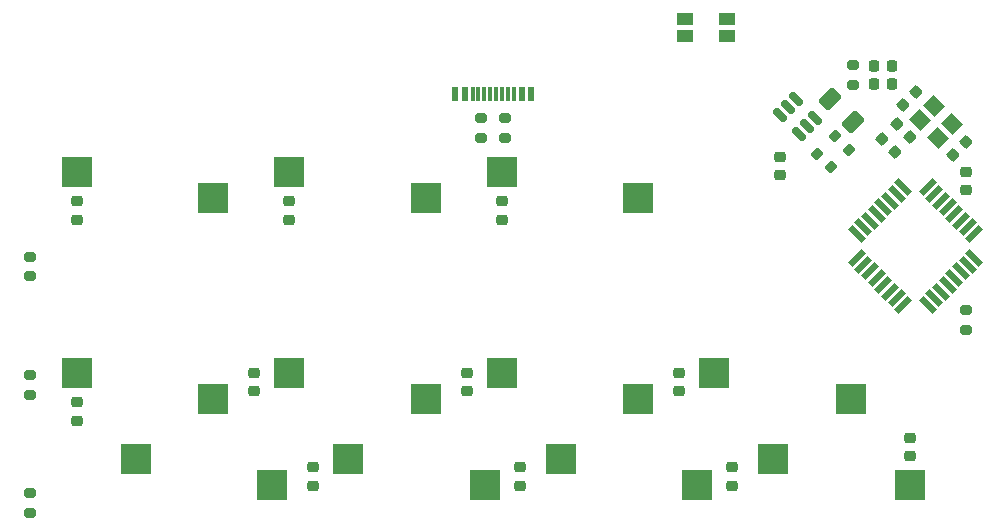
<source format=gbr>
%TF.GenerationSoftware,KiCad,Pcbnew,(7.0.0)*%
%TF.CreationDate,2023-03-20T18:36:51-07:00*%
%TF.ProjectId,Credit Card PCB V1,43726564-6974-4204-9361-726420504342,rev?*%
%TF.SameCoordinates,Original*%
%TF.FileFunction,Paste,Bot*%
%TF.FilePolarity,Positive*%
%FSLAX46Y46*%
G04 Gerber Fmt 4.6, Leading zero omitted, Abs format (unit mm)*
G04 Created by KiCad (PCBNEW (7.0.0)) date 2023-03-20 18:36:51*
%MOMM*%
%LPD*%
G01*
G04 APERTURE LIST*
G04 Aperture macros list*
%AMRoundRect*
0 Rectangle with rounded corners*
0 $1 Rounding radius*
0 $2 $3 $4 $5 $6 $7 $8 $9 X,Y pos of 4 corners*
0 Add a 4 corners polygon primitive as box body*
4,1,4,$2,$3,$4,$5,$6,$7,$8,$9,$2,$3,0*
0 Add four circle primitives for the rounded corners*
1,1,$1+$1,$2,$3*
1,1,$1+$1,$4,$5*
1,1,$1+$1,$6,$7*
1,1,$1+$1,$8,$9*
0 Add four rect primitives between the rounded corners*
20,1,$1+$1,$2,$3,$4,$5,0*
20,1,$1+$1,$4,$5,$6,$7,0*
20,1,$1+$1,$6,$7,$8,$9,0*
20,1,$1+$1,$8,$9,$2,$3,0*%
%AMRotRect*
0 Rectangle, with rotation*
0 The origin of the aperture is its center*
0 $1 length*
0 $2 width*
0 $3 Rotation angle, in degrees counterclockwise*
0 Add horizontal line*
21,1,$1,$2,0,0,$3*%
G04 Aperture macros list end*
%ADD10RoundRect,0.250000X-0.707107X-0.176777X-0.176777X-0.707107X0.707107X0.176777X0.176777X0.707107X0*%
%ADD11R,1.400000X1.050000*%
%ADD12RoundRect,0.225000X-0.225000X-0.250000X0.225000X-0.250000X0.225000X0.250000X-0.225000X0.250000X0*%
%ADD13R,2.600000X2.600000*%
%ADD14RoundRect,0.218750X0.256250X-0.218750X0.256250X0.218750X-0.256250X0.218750X-0.256250X-0.218750X0*%
%ADD15RoundRect,0.225000X0.335876X0.017678X0.017678X0.335876X-0.335876X-0.017678X-0.017678X-0.335876X0*%
%ADD16RoundRect,0.218750X-0.256250X0.218750X-0.256250X-0.218750X0.256250X-0.218750X0.256250X0.218750X0*%
%ADD17R,0.600000X1.150000*%
%ADD18R,0.300000X1.150000*%
%ADD19RoundRect,0.200000X-0.335876X-0.053033X-0.053033X-0.335876X0.335876X0.053033X0.053033X0.335876X0*%
%ADD20RoundRect,0.200000X0.275000X-0.200000X0.275000X0.200000X-0.275000X0.200000X-0.275000X-0.200000X0*%
%ADD21RotRect,1.400000X1.200000X315.000000*%
%ADD22RoundRect,0.225000X0.017678X-0.335876X0.335876X-0.017678X-0.017678X0.335876X-0.335876X0.017678X0*%
%ADD23RoundRect,0.200000X-0.275000X0.200000X-0.275000X-0.200000X0.275000X-0.200000X0.275000X0.200000X0*%
%ADD24RotRect,1.600000X0.550000X225.000000*%
%ADD25RotRect,1.600000X0.550000X135.000000*%
%ADD26RoundRect,0.150000X0.468458X-0.256326X-0.256326X0.468458X-0.468458X0.256326X0.256326X-0.468458X0*%
%ADD27RoundRect,0.225000X0.250000X-0.225000X0.250000X0.225000X-0.250000X0.225000X-0.250000X-0.225000X0*%
%ADD28RoundRect,0.225000X-0.017678X0.335876X-0.335876X0.017678X0.017678X-0.335876X0.335876X-0.017678X0*%
G04 APERTURE END LIST*
D10*
%TO.C,F1*%
X155510051Y-72510051D03*
X157489949Y-74489949D03*
%TD*%
D11*
%TO.C,SW0*%
X146799999Y-67219999D03*
X143199999Y-67219999D03*
X146799999Y-65779999D03*
X143199999Y-65779999D03*
%TD*%
D12*
%TO.C,C3*%
X159225000Y-71250000D03*
X160775000Y-71250000D03*
%TD*%
%TO.C,C2*%
X159225000Y-69750000D03*
X160775000Y-69750000D03*
%TD*%
D13*
%TO.C,MX9*%
X132724999Y-103049999D03*
X144274999Y-105249999D03*
%TD*%
%TO.C,MX4*%
X121274999Y-97949999D03*
X109724999Y-95749999D03*
%TD*%
%TO.C,MX5*%
X139274999Y-97949999D03*
X127724999Y-95749999D03*
%TD*%
%TO.C,MX6*%
X157274999Y-97949999D03*
X145724999Y-95749999D03*
%TD*%
%TO.C,MX2*%
X139274999Y-80949999D03*
X127724999Y-78749999D03*
%TD*%
%TO.C,MX1*%
X121274999Y-80949999D03*
X109724999Y-78749999D03*
%TD*%
%TO.C,MX10*%
X150724999Y-103049999D03*
X162274999Y-105249999D03*
%TD*%
%TO.C,MX0*%
X103274999Y-80949999D03*
X91724999Y-78749999D03*
%TD*%
%TO.C,MX3*%
X103274999Y-97949999D03*
X91724999Y-95749999D03*
%TD*%
%TO.C,MX7*%
X96724999Y-103049999D03*
X108274999Y-105249999D03*
%TD*%
%TO.C,MX8*%
X114724999Y-103049999D03*
X126274999Y-105249999D03*
%TD*%
D14*
%TO.C,D2*%
X127750000Y-82787500D03*
X127750000Y-81212500D03*
%TD*%
D15*
%TO.C,C10*%
X162298008Y-75798008D03*
X161201992Y-74701992D03*
%TD*%
%TO.C,C8*%
X161048008Y-77048008D03*
X159951992Y-75951992D03*
%TD*%
D16*
%TO.C,D10*%
X162250000Y-101212500D03*
X162250000Y-102787500D03*
%TD*%
D17*
%TO.C,J1*%
X123799999Y-72129999D03*
X124599999Y-72129999D03*
D18*
X125749999Y-72129999D03*
X126749999Y-72129999D03*
X127249999Y-72129999D03*
X128249999Y-72129999D03*
D17*
X129399999Y-72129999D03*
X130199999Y-72129999D03*
X130199999Y-72129999D03*
X129399999Y-72129999D03*
D18*
X128749999Y-72129999D03*
X127749999Y-72129999D03*
X126249999Y-72129999D03*
X125249999Y-72129999D03*
D17*
X124599999Y-72129999D03*
X123799999Y-72129999D03*
%TD*%
D19*
%TO.C,R3*%
X155916637Y-75666637D03*
X157083363Y-76833363D03*
%TD*%
D20*
%TO.C,R5*%
X126000000Y-75825000D03*
X126000000Y-74175000D03*
%TD*%
D21*
%TO.C,Y1*%
X164323222Y-73121141D03*
X165878857Y-74676776D03*
X164676776Y-75878857D03*
X163121141Y-74323222D03*
%TD*%
D22*
%TO.C,C6*%
X167048008Y-76201992D03*
X165951992Y-77298008D03*
%TD*%
D23*
%TO.C,R8*%
X87750000Y-95925000D03*
X87750000Y-97575000D03*
%TD*%
D16*
%TO.C,D8*%
X129250000Y-103712500D03*
X129250000Y-105287500D03*
%TD*%
D14*
%TO.C,D4*%
X106750000Y-97287500D03*
X106750000Y-95712500D03*
%TD*%
D24*
%TO.C,U2*%
X163775304Y-80014896D03*
X164340989Y-80580582D03*
X164906675Y-81146267D03*
X165472360Y-81711952D03*
X166038046Y-82277638D03*
X166603731Y-82843323D03*
X167169416Y-83409009D03*
X167735102Y-83974694D03*
D25*
X167735102Y-86025304D03*
X167169416Y-86590989D03*
X166603731Y-87156675D03*
X166038046Y-87722360D03*
X165472360Y-88288046D03*
X164906675Y-88853731D03*
X164340989Y-89419416D03*
X163775304Y-89985102D03*
D24*
X161724694Y-89985102D03*
X161159009Y-89419416D03*
X160593323Y-88853731D03*
X160027638Y-88288046D03*
X159461952Y-87722360D03*
X158896267Y-87156675D03*
X158330582Y-86590989D03*
X157764896Y-86025304D03*
D25*
X157764896Y-83974694D03*
X158330582Y-83409009D03*
X158896267Y-82843323D03*
X159461952Y-82277638D03*
X160027638Y-81711952D03*
X160593323Y-81146267D03*
X161159009Y-80580582D03*
X161724694Y-80014896D03*
%TD*%
D20*
%TO.C,R4*%
X157500000Y-71325000D03*
X157500000Y-69675000D03*
%TD*%
%TO.C,R6*%
X128000000Y-75825000D03*
X128000000Y-74175000D03*
%TD*%
D14*
%TO.C,D1*%
X109750000Y-82787500D03*
X109750000Y-81212500D03*
%TD*%
%TO.C,D6*%
X142750000Y-97287500D03*
X142750000Y-95712500D03*
%TD*%
D20*
%TO.C,R9*%
X87750000Y-87575000D03*
X87750000Y-85925000D03*
%TD*%
D14*
%TO.C,D3*%
X91750000Y-99787500D03*
X91750000Y-98212500D03*
%TD*%
%TO.C,D5*%
X124750000Y-97287500D03*
X124750000Y-95712500D03*
%TD*%
D20*
%TO.C,R7*%
X87750000Y-107575000D03*
X87750000Y-105925000D03*
%TD*%
D16*
%TO.C,D9*%
X147250000Y-103712500D03*
X147250000Y-105287500D03*
%TD*%
D26*
%TO.C,U1*%
X154226085Y-74132583D03*
X153554334Y-74804334D03*
X152882583Y-75476085D03*
X151273915Y-73867417D03*
X151945666Y-73195666D03*
X152617417Y-72523915D03*
%TD*%
D27*
%TO.C,C1*%
X151250000Y-77475000D03*
X151250000Y-79025000D03*
%TD*%
D19*
%TO.C,R2*%
X154416637Y-77166637D03*
X155583363Y-78333363D03*
%TD*%
D14*
%TO.C,D0*%
X91750000Y-82787500D03*
X91750000Y-81212500D03*
%TD*%
D16*
%TO.C,D7*%
X111750000Y-103712500D03*
X111750000Y-105287500D03*
%TD*%
D28*
%TO.C,C7*%
X162798008Y-71951992D03*
X161701992Y-73048008D03*
%TD*%
D27*
%TO.C,C9*%
X167000000Y-80275000D03*
X167000000Y-78725000D03*
%TD*%
D20*
%TO.C,R1*%
X167000000Y-92075000D03*
X167000000Y-90425000D03*
%TD*%
M02*

</source>
